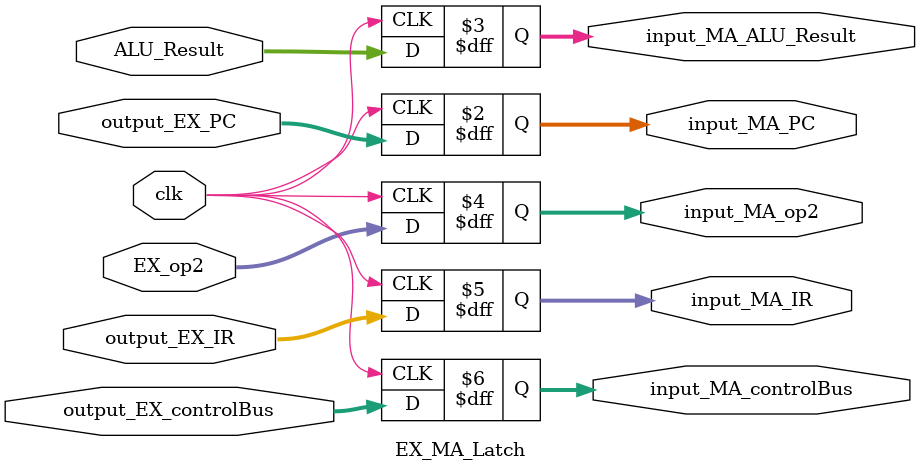
<source format=v>
module EX_MA_Latch(
    input clk,
    input [31:0] output_EX_PC,
    input [31:0] ALU_Result,
    input [31:0] EX_op2,
    input [31:0] output_EX_IR,
    input [21:0] output_EX_controlBus,
    output reg [31:0] input_MA_PC,
    output reg [31:0] input_MA_ALU_Result,
    output reg [31:0  ] input_MA_op2,
    output reg [31:0] input_MA_IR,
    output reg [21:0] input_MA_controlBus

);

    always @(negedge clk) begin

        input_MA_controlBus <= output_EX_controlBus;
        input_MA_IR <= output_EX_IR;
        input_MA_PC <= output_EX_PC;
        input_MA_ALU_Result <= ALU_Result;
        input_MA_op2 <= EX_op2;


    end

endmodule
</source>
